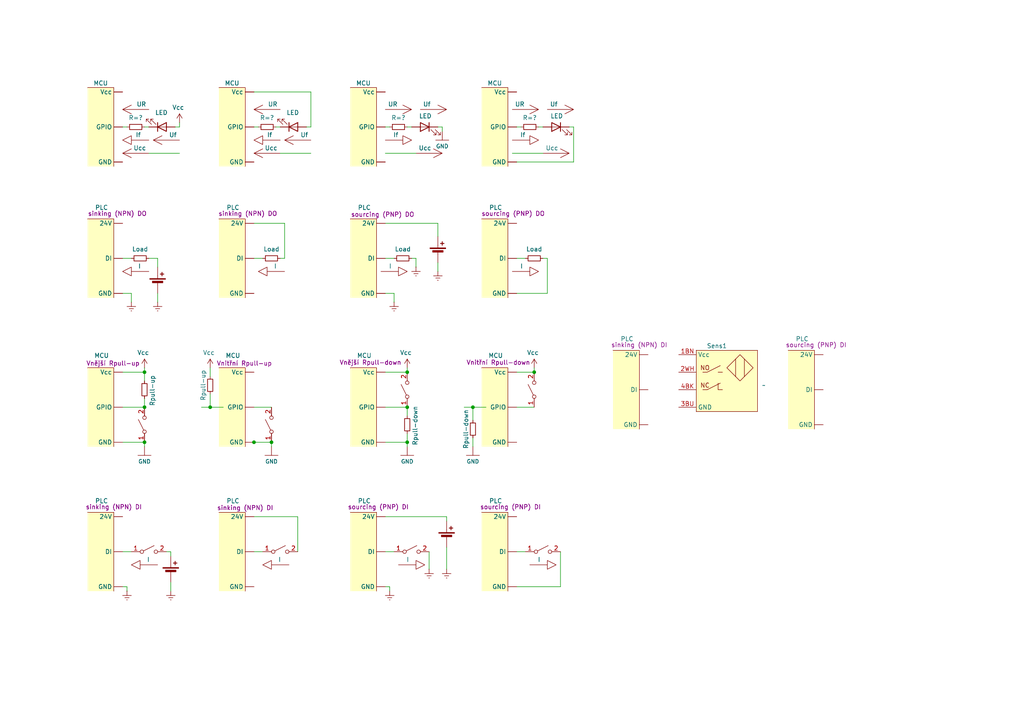
<source format=kicad_sch>
(kicad_sch (version 20231120) (generator "eeschema") (generator_version "8.0")
  (paper "A4")
  (lib_symbols
    (symbol "Device:Battery_Cell" (pin_numbers hide) (pin_names (offset 0) hide)
      (property "Reference" "BT" (at 2.54 2.54 0))
      (property "Value" "Battery_Cell" (at 2.54 0 0))
      (symbol "Battery_Cell_0_1"
        (rectangle (start -2.286 1.778) (end 2.286 1.524) (fill (type outline)))
        (rectangle (start -1.524 1.016) (end 1.524 0.508) (fill (type outline)))
        (polyline (pts (xy 0 0.762) (xy 0 0)))
        (polyline (pts (xy 0 1.778) (xy 0 2.54)))
        (polyline (pts (xy 0.762 3.048) (xy 1.778 3.048)) (stroke (width 0.254)))
        (polyline (pts (xy 1.27 3.556) (xy 1.27 2.54)) (stroke (width 0.254)))
      )
      (symbol "Battery_Cell_1_1"
        (pin passive line (at 0 5.08 270) (length 2.54) (name "+") (number "1"))
        (pin passive line (at 0 -2.54 90) (length 2.54) (name "-") (number "2"))
      )
    )
    (symbol "Device:LED" (pin_numbers hide) (pin_names (offset 1.016) hide)
      (property "Reference" "D" (at 0 2.54 0))
      (property "Value" "LED" (at 0 -2.54 0))
      (symbol "LED_0_1"
        (polyline (pts (xy -1.27 -1.27) (xy -1.27 1.27)) (stroke (width 0.254)))
        (polyline (pts (xy -1.27 0) (xy 1.27 0)))
        (polyline (pts (xy 1.27 -1.27) (xy 1.27 1.27) (xy -1.27 0) (xy 1.27 -1.27)) (stroke (width 0.254)))
        (polyline (pts (xy -3.048 -0.762) (xy -4.572 -2.286) (xy -3.81 -2.286) (xy -4.572 -2.286) (xy -4.572 -1.524)))
        (polyline (pts (xy -1.778 -0.762) (xy -3.302 -2.286) (xy -2.54 -2.286) (xy -3.302 -2.286) (xy -3.302 -1.524)))
      )
      (symbol "LED_1_1"
        (pin passive line (at -3.81 0 0) (length 2.54) (name "K") (number "1"))
        (pin passive line (at 3.81 0 180) (length 2.54) (name "A") (number "2"))
      )
    )
    (symbol "Device:R_Small" (pin_numbers hide) (pin_names (offset 0.254) hide)
      (property "Reference" "R" (at 0.762 0.508 0))
      (property "Value" "R_Small" (at 0.762 -1.016 0))
      (symbol "R_Small_0_1"
        (rectangle (start -0.762 1.778) (end 0.762 -1.778) (stroke (width 0.2032)))
      )
      (symbol "R_Small_1_1"
        (pin passive line (at 0 2.54 270) (length 0.762) (name "~") (number "1"))
        (pin passive line (at 0 -2.54 90) (length 0.762) (name "~") (number "2"))
      )
    )
    (symbol "SPS_elit-GitHub:Arrow_I"
      (property "Reference" "I" (at 0 1.27 0))
      (symbol "Arrow_I_0_1"
        (polyline (pts (xy -3.81 0) (xy 1.27 0) (xy 1.27 1.27) (xy 3.81 0) (xy 1.27 -1.27) (xy 1.27 0)))
      )
    )
    (symbol "SPS_elit-GitHub:Arrow_U"
      (property "Reference" "U" (at 0 1.27 0))
      (symbol "Arrow_U_0_1"
        (polyline (pts (xy -3.81 0) (xy 3.81 0) (xy 1.27 1.27) (xy 3.81 0) (xy 1.27 -1.27)))
      )
    )
    (symbol "SPS_elit-GitHub:MCU"
      (property "Reference" "U" (at -5.842 12.954 0))
      (symbol "MCU_1_1"
        (rectangle (start -6.35 11.43) (end 1.27 -11.43) (stroke (width -0.0001)) (fill (type background)))
        (polyline (pts (xy -6.35 11.43) (xy 1.27 11.43) (xy 1.27 -11.43)))
        (pin power_out line (at 3.81 -10.16 180) (length 2.54) (name "GND") (number ""))
        (pin input line (at 3.81 0 180) (length 2.54) (name "GPIO") (number ""))
        (pin power_in line (at 3.81 10.16 180) (length 2.54) (name "Vcc") (number ""))
      )
    )
    (symbol "SPS_elit-GitHub:PLC_DI"
      (property "Reference" "U" (at -5.842 12.954 0))
      (symbol "PLC_DI_1_1"
        (rectangle (start -6.35 11.43) (end 1.27 -11.43) (stroke (width -0.0001)) (fill (type background)))
        (polyline (pts (xy -6.35 11.43) (xy 1.27 11.43) (xy 1.27 -11.43)))
        (pin power_in line (at 3.81 10.16 180) (length 2.54) (name "24V") (number ""))
        (pin input line (at 3.81 0 180) (length 2.54) (name "DI") (number ""))
        (pin power_out line (at 3.81 -10.16 180) (length 2.54) (name "GND") (number ""))
      )
    )
    (symbol "SPS_elit-GitHub:Senzor"
      (property "Reference" "Sens" (at -0.254 10.16 0))
      (symbol "Senzor_1_1"
        (rectangle (start -8.89 8.89) (end 8.89 -8.89) (fill (type background)))
        (polyline (pts (xy -6.985 -2.54) (xy -5.715 -2.54)))
        (polyline (pts (xy -5.715 -2.54) (xy -1.905 -0.635)))
        (polyline (pts (xy -1.27 2.54) (xy -2.54 2.54)))
        (polyline (pts (xy 2.54 6.35) (xy 2.54 1.27)))
        (polyline (pts (xy 5.08 6.35) (xy 5.08 1.27)))
        (polyline (pts (xy -1.905 4.445) (xy -5.715 2.54) (xy -6.985 2.54)))
        (polyline (pts (xy -1.27 -2.54) (xy -2.54 -2.54) (xy -2.54 -0.635)))
        (polyline (pts (xy 3.81 7.62) (xy 0 3.81) (xy 3.81 0) (xy 7.62 3.81) (xy 3.81 7.62)))
        (text "NC" (at -6.35 -1.27 0) (effects (font (size 1.27 1.27))))
        (text "NO" (at -6.35 3.81 0) (effects (font (size 1.27 1.27))))
        (pin input line (at -13.97 7.62 0) (length 5.08) (name "Vcc") (number "1BN"))
        (pin output line (at -13.97 2.54 0) (length 5.08) (name "") (number "2WH"))
        (pin input line (at -13.97 -7.62 0) (length 5.08) (name "GND") (number "3BU"))
        (pin output line (at -13.97 -2.54 0) (length 5.08) (name "") (number "4BK"))
      )
    )
    (symbol "Switch:SW_DPST_x2" (pin_names (offset 0) hide)
      (property "Reference" "SW" (at 0 3.175 0))
      (property "Value" "SW_DPST_x2" (at 0 -2.54 0))
      (symbol "SW_DPST_x2_0_0"
        (circle (center -2.032 0) (radius 0.508))
        (polyline (pts (xy -1.524 0.254) (xy 1.524 1.778)))
        (circle (center 2.032 0) (radius 0.508))
      )
      (symbol "SW_DPST_x2_1_1"
        (pin passive line (at -5.08 0 0) (length 2.54) (name "A") (number "1"))
        (pin passive line (at 5.08 0 180) (length 2.54) (name "B") (number "2"))
      )
      (symbol "SW_DPST_x2_2_1"
        (pin passive line (at -5.08 0 0) (length 2.54) (name "A") (number "3"))
        (pin passive line (at 5.08 0 180) (length 2.54) (name "B") (number "4"))
      )
    )
    (symbol "power:Earth" (power) (pin_numbers hide) (pin_names (offset 0) hide)
      (property "Value" "Earth" (at 0 -3.81 0))
      (symbol "Earth_0_1"
        (polyline (pts (xy -0.635 -1.905) (xy 0.635 -1.905)))
        (polyline (pts (xy -0.127 -2.54) (xy 0.127 -2.54)))
        (polyline (pts (xy 0 -1.27) (xy 0 0)))
        (polyline (pts (xy 1.27 -1.27) (xy -1.27 -1.27)))
      )
      (symbol "Earth_1_1"
        (pin power_in line (at 0 0 270) (length 0) (name "~") (number "1"))
      )
    )
    (symbol "vypočtová-rescue:+5V-power" (power) (pin_names (offset 0))
      (property "Value" "power_+5V" (at 0 3.556 0))
      (symbol "+5V-power_0_1"
        (polyline (pts (xy -0.762 1.27) (xy 0 2.54)))
        (polyline (pts (xy 0 0) (xy 0 2.54)))
        (polyline (pts (xy 0 2.54) (xy 0.762 1.27)))
      )
      (symbol "+5V-power_1_1"
        (pin power_in line (at 0 0 90) (length 0) hide (name "+5V") (number "1"))
      )
    )
    (symbol "vypočtová-rescue:GND-SparkFun-PowerSymbols" (power) (pin_numbers hide) (pin_names (offset 1.016) hide)
      (property "Value" "SparkFun-PowerSymbols_GND" (at -1.778 -5.08 0))
      (symbol "GND-SparkFun-PowerSymbols_1_0"
        (polyline (pts (xy -1.905 -2.54) (xy 1.905 -2.54)))
        (polyline (pts (xy 0 0) (xy 0 -2.54)))
      )
      (symbol "GND-SparkFun-PowerSymbols_1_1"
        (pin power_in line (at 0 0 270) (length 0) hide (name "GND") (number "~"))
      )
    )
  )
  (junction (at 118.11 107.95))
  (junction (at 41.91 107.95))
  (junction (at 73.66 128.27))
  (junction (at 78.74 128.27))
  (junction (at 41.91 118.11))
  (junction (at 60.96 118.11))
  (junction (at 154.94 107.95))
  (junction (at 137.16 118.11))
  (junction (at 118.11 128.27))
  (junction (at 41.91 128.27))
  (junction (at 118.11 118.11))
  (wire (pts (xy 45.72 85.09) (xy 45.72 87.63)))
  (wire (pts (xy 118.11 125.73) (xy 118.11 128.27)))
  (wire (pts (xy 81.28 36.83) (xy 80.01 36.83)))
  (wire (pts (xy 127 76.2) (xy 127 78.74)))
  (wire (pts (xy 82.55 64.77) (xy 73.66 64.77)))
  (wire (pts (xy 137.16 118.11) (xy 137.16 121.92)))
  (wire (pts (xy 111.76 74.93) (xy 114.3 74.93)))
  (wire (pts (xy 60.96 118.11) (xy 64.77 118.11)))
  (wire (pts (xy 128.27 36.83) (xy 128.27 38.1)))
  (wire (pts (xy 162.56 170.18) (xy 149.86 170.18)))
  (wire (pts (xy 35.56 74.93) (xy 38.1 74.93)))
  (wire (pts (xy 90.17 26.67) (xy 90.17 36.83)))
  (wire (pts (xy 137.16 118.11) (xy 140.97 118.11)))
  (wire (pts (xy 129.54 151.13) (xy 129.54 149.86)))
  (wire (pts (xy 157.48 44.45) (xy 148.59 44.45)))
  (wire (pts (xy 149.86 36.83) (xy 151.13 36.83)))
  (wire (pts (xy 124.46 160.02) (xy 124.46 165.1)))
  (wire (pts (xy 36.83 170.18) (xy 35.56 170.18)))
  (wire (pts (xy 111.76 160.02) (xy 114.3 160.02)))
  (wire (pts (xy 35.56 118.11) (xy 41.91 118.11)))
  (wire (pts (xy 118.11 128.27) (xy 118.11 129.54)))
  (wire (pts (xy 129.54 158.75) (xy 129.54 165.1)))
  (wire (pts (xy 118.11 36.83) (xy 119.38 36.83)))
  (wire (pts (xy 114.3 85.09) (xy 111.76 85.09)))
  (wire (pts (xy 73.66 118.11) (xy 78.74 118.11)))
  (wire (pts (xy 88.9 36.83) (xy 90.17 36.83)))
  (wire (pts (xy 49.53 168.91) (xy 49.53 171.45)))
  (wire (pts (xy 73.66 36.83) (xy 74.93 36.83)))
  (wire (pts (xy 111.76 149.86) (xy 129.54 149.86)))
  (wire (pts (xy 127 36.83) (xy 128.27 36.83)))
  (wire (pts (xy 73.66 74.93) (xy 76.2 74.93)))
  (wire (pts (xy 156.21 36.83) (xy 157.48 36.83)))
  (wire (pts (xy 149.86 85.09) (xy 158.75 85.09)))
  (wire (pts (xy 35.56 36.83) (xy 36.83 36.83)))
  (wire (pts (xy 73.66 128.27) (xy 78.74 128.27)))
  (wire (pts (xy 58.42 118.11) (xy 60.96 118.11)))
  (wire (pts (xy 35.56 128.27) (xy 41.91 128.27)))
  (wire (pts (xy 127 64.77) (xy 111.76 64.77)))
  (wire (pts (xy 118.11 118.11) (xy 118.11 120.65)))
  (wire (pts (xy 113.03 170.18) (xy 113.03 171.45)))
  (wire (pts (xy 81.28 44.45) (xy 90.17 44.45)))
  (wire (pts (xy 158.75 74.93) (xy 158.75 85.09)))
  (wire (pts (xy 81.28 74.93) (xy 82.55 74.93)))
  (wire (pts (xy 60.96 106.68) (xy 60.96 109.22)))
  (wire (pts (xy 60.96 114.3) (xy 60.96 118.11)))
  (wire (pts (xy 41.91 128.27) (xy 41.91 129.54)))
  (wire (pts (xy 137.16 127) (xy 137.16 129.54)))
  (wire (pts (xy 52.07 36.83) (xy 52.07 35.56)))
  (wire (pts (xy 149.86 74.93) (xy 152.4 74.93)))
  (wire (pts (xy 50.8 36.83) (xy 52.07 36.83)))
  (wire (pts (xy 36.83 171.45) (xy 36.83 170.18)))
  (wire (pts (xy 78.74 128.27) (xy 78.74 129.54)))
  (wire (pts (xy 120.65 77.47) (xy 120.65 74.93)))
  (wire (pts (xy 38.1 85.09) (xy 35.56 85.09)))
  (wire (pts (xy 166.37 46.99) (xy 149.86 46.99)))
  (wire (pts (xy 35.56 160.02) (xy 38.1 160.02)))
  (wire (pts (xy 72.39 128.27) (xy 73.66 128.27)))
  (wire (pts (xy 157.48 74.93) (xy 158.75 74.93)))
  (wire (pts (xy 111.76 36.83) (xy 113.03 36.83)))
  (wire (pts (xy 41.91 107.95) (xy 41.91 106.68)))
  (wire (pts (xy 111.76 107.95) (xy 118.11 107.95)))
  (wire (pts (xy 166.37 36.83) (xy 166.37 46.99)))
  (wire (pts (xy 165.1 36.83) (xy 166.37 36.83)))
  (wire (pts (xy 149.86 107.95) (xy 154.94 107.95)))
  (wire (pts (xy 114.3 87.63) (xy 114.3 85.09)))
  (wire (pts (xy 111.76 170.18) (xy 113.03 170.18)))
  (wire (pts (xy 41.91 115.57) (xy 41.91 118.11)))
  (wire (pts (xy 73.66 149.86) (xy 86.36 149.86)))
  (wire (pts (xy 90.17 26.67) (xy 73.66 26.67)))
  (wire (pts (xy 48.26 160.02) (xy 49.53 160.02)))
  (wire (pts (xy 82.55 74.93) (xy 82.55 64.77)))
  (wire (pts (xy 49.53 160.02) (xy 49.53 161.29)))
  (wire (pts (xy 111.76 128.27) (xy 118.11 128.27)))
  (wire (pts (xy 45.72 77.47) (xy 45.72 74.93)))
  (wire (pts (xy 162.56 160.02) (xy 162.56 170.18)))
  (wire (pts (xy 149.86 160.02) (xy 152.4 160.02)))
  (wire (pts (xy 134.62 118.11) (xy 137.16 118.11)))
  (wire (pts (xy 86.36 160.02) (xy 86.36 149.86)))
  (wire (pts (xy 43.18 44.45) (xy 52.07 44.45)))
  (wire (pts (xy 41.91 107.95) (xy 41.91 110.49)))
  (wire (pts (xy 111.76 118.11) (xy 118.11 118.11)))
  (wire (pts (xy 38.1 87.63) (xy 38.1 85.09)))
  (wire (pts (xy 154.94 106.68) (xy 154.94 107.95)))
  (wire (pts (xy 127 68.58) (xy 127 64.77)))
  (wire (pts (xy 118.11 107.95) (xy 118.11 106.68)))
  (wire (pts (xy 120.65 44.45) (xy 111.76 44.45)))
  (wire (pts (xy 35.56 107.95) (xy 41.91 107.95)))
  (wire (pts (xy 43.18 36.83) (xy 41.91 36.83)))
  (wire (pts (xy 149.86 118.11) (xy 154.94 118.11)))
  (wire (pts (xy 73.66 160.02) (xy 76.2 160.02)))
  (wire (pts (xy 45.72 74.93) (xy 43.18 74.93)))
  (wire (pts (xy 120.65 74.93) (xy 119.38 74.93)))
  (symbol (lib_id "Device:LED") (at 123.19 36.83 0) (mirror y) (unit 1)
    (property "Reference" "D2" (effects (hide yes)))
    (property "Value" "LED" (at 123.3678 33.655 0))
  )
  (symbol (lib_id "Device:R_Small") (at 39.37 36.83 90) (mirror x) (unit 1)
    (property "Reference" "R1" (effects (hide yes)))
    (property "Value" "R=?" (at 39.37 34.163 90))
  )
  (symbol (lib_id "Device:R_Small") (at 115.57 36.83 90) (mirror x) (unit 1)
    (property "Reference" "R2" (effects (hide yes)))
    (property "Value" "R=?" (at 115.57 34.163 90))
  )
  (symbol (lib_id "Device:LED") (at 46.99 36.83 0) (mirror x) (unit 1)
    (property "Reference" "D1" (effects (hide yes)))
    (property "Value" "LED" (at 46.8122 32.6644 0))
  )
  (symbol (lib_id "vypočtová-rescue:+5V-power") (at 52.07 35.56 0) (mirror y) (unit 1)
    (property "Reference" "#PWR?" (effects (hide yes)))
    (property "Value" "Vcc" (at 51.689 31.1658 0))
  )
  (symbol (lib_id "vypočtová-rescue:GND-SparkFun-PowerSymbols") (at 128.27 38.1 0) (mirror y) (unit 1)
    (property "Reference" "#GND?" (effects (hide yes)))
    (property "Value" "GND" (at 128.27 42.418 0) (effects (font (size 1.143 1.143))))
  )
  (symbol (lib_id "vypočtová-rescue:+5V-power") (at 41.91 106.68 0) (mirror y) (unit 1)
    (property "Reference" "#PWR03" (effects (hide yes)))
    (property "Value" "Vcc" (at 41.529 102.2858 0))
  )
  (symbol (lib_id "Device:R_Small") (at 60.96 111.76 0) (mirror x) (unit 1)
    (property "Reference" "R10" (effects (hide yes)))
    (property "Value" "Rpull-up" (at 58.928 111.76 90))
  )
  (symbol (lib_id "Switch:SW_DPST_x2") (at 118.11 113.03 90) (unit 1)
    (property "Reference" "SW3" (effects (hide yes)))
    (property "Value" "SW_DPST_x2" (effects (hide yes)))
    (property "Description" "Single Pole Single Throw (SPST) switch, separate symbol" (effects (hide yes)))
  )
  (symbol (lib_id "vypočtová-rescue:GND-SparkFun-PowerSymbols") (at 118.11 129.54 0) (mirror y) (unit 1)
    (property "Reference" "#GND03" (effects (hide yes)))
    (property "Value" "GND" (at 118.11 133.858 0) (effects (font (size 1.143 1.143))))
  )
  (symbol (lib_id "SPS_elit-GitHub:Arrow_U") (at 162.56 31.75 0) (unit 1)
    (property "Reference" "U18" (effects (hide yes)))
    (property "Value" "Uf" (at 159.512 30.226 0) (effects (justify left)))
  )
  (symbol (lib_id "Switch:SW_DPST_x2") (at 81.28 160.02 0) (unit 1)
    (property "Reference" "SW6" (effects (hide yes)))
    (property "Value" "SW_DPST_x2" (effects (hide yes)))
    (property "Description" "Single Pole Single Throw (SPST) switch, separate symbol" (effects (hide yes)))
  )
  (symbol (lib_id "Device:R_Small") (at 40.64 74.93 90) (mirror x) (unit 1)
    (property "Reference" "R7" (effects (hide yes)))
    (property "Value" "Load" (at 40.64 72.263 90))
  )
  (symbol (lib_id "Device:R_Small") (at 153.67 36.83 90) (mirror x) (unit 1)
    (property "Reference" "R4" (effects (hide yes)))
    (property "Value" "R=?" (at 153.67 34.163 90))
  )
  (symbol (lib_id "SPS_elit-GitHub:Arrow_I") (at 39.37 78.74 0) (mirror y) (unit 1)
    (property "Reference" "I5" (effects (hide yes)))
    (property "Value" "I" (at 40.894 77.216 0) (effects (justify left)))
  )
  (symbol (lib_id "Device:R_Small") (at 116.84 74.93 90) (mirror x) (unit 1)
    (property "Reference" "R5" (effects (hide yes)))
    (property "Value" "Load" (at 116.84 72.263 90))
  )
  (symbol (lib_id "SPS_elit-GitHub:Arrow_U") (at 77.47 44.45 0) (mirror y) (unit 1)
    (property "Reference" "U12" (effects (hide yes)))
    (property "Value" "Ucc" (at 80.518 42.926 0) (effects (justify left)))
  )
  (symbol (lib_id "SPS_elit-GitHub:Arrow_U") (at 77.47 31.75 0) (mirror y) (unit 1)
    (property "Reference" "U11" (effects (hide yes)))
    (property "Value" "UR" (at 80.518 30.226 0) (effects (justify left)))
  )
  (symbol (lib_id "SPS_elit-GitHub:Arrow_U") (at 48.26 40.64 0) (mirror y) (unit 1)
    (property "Reference" "U9" (effects (hide yes)))
    (property "Value" "Uf" (at 51.308 39.116 0) (effects (justify left)))
  )
  (symbol (lib_id "SPS_elit-GitHub:PLC_DI") (at 107.95 160.02 0) (unit 1)
    (property "Reference" "U27" (effects (hide yes)))
    (property "Value" "PLC" (at 105.664 145.288 0))
    (property "Description" "sourcing (PNP) DI" (at 109.728 146.304 0) (effects (justify top)))
  )
  (symbol (lib_id "Device:R_Small") (at 77.47 36.83 90) (mirror x) (unit 1)
    (property "Reference" "R3" (effects (hide yes)))
    (property "Value" "R=?" (at 77.47 34.163 90))
  )
  (symbol (lib_id "Device:R_Small") (at 41.91 113.03 0) (mirror x) (unit 1)
    (property "Reference" "R9" (effects (hide yes)))
    (property "Value" "Rpull-up" (at 44.196 113.284 90))
  )
  (symbol (lib_id "Device:R_Small") (at 154.94 74.93 90) (mirror x) (unit 1)
    (property "Reference" "R6" (effects (hide yes)))
    (property "Value" "Load" (at 154.94 72.263 90))
  )
  (symbol (lib_id "SPS_elit-GitHub:Arrow_I") (at 152.4 40.64 0) (unit 1)
    (property "Reference" "I4" (effects (hide yes)))
    (property "Value" "If" (at 150.876 39.116 0) (effects (justify left)))
  )
  (symbol (lib_id "SPS_elit-GitHub:Arrow_U") (at 115.57 31.75 0) (unit 1)
    (property "Reference" "U8" (effects (hide yes)))
    (property "Value" "UR" (at 112.522 30.226 0) (effects (justify left)))
  )
  (symbol (lib_id "SPS_elit-GitHub:MCU") (at 146.05 36.83 0) (unit 1)
    (property "Reference" "U6" (effects (hide yes)))
    (property "Value" "MCU" (at 143.51 24.13 0))
    (property "Description" "MCU" (effects (hide yes)))
  )
  (symbol (lib_id "SPS_elit-GitHub:PLC_DI") (at 31.75 74.93 0) (unit 1)
    (property "Reference" "U3" (effects (hide yes)))
    (property "Value" "PLC" (at 29.464 60.198 0))
    (property "Description" "sinking (NPN) DO" (at 34.036 61.214 0) (effects (justify top)))
  )
  (symbol (lib_id "Device:R_Small") (at 78.74 74.93 90) (mirror x) (unit 1)
    (property "Reference" "R8" (effects (hide yes)))
    (property "Value" "Load" (at 78.74 72.263 90))
  )
  (symbol (lib_id "Device:Battery_Cell") (at 129.54 156.21 0) (unit 1)
    (property "Reference" "BT4" (effects (hide yes)))
    (property "Value" "Battery_Cell" (effects (hide yes)))
    (property "Description" "Single-cell battery" (effects (hide yes)))
  )
  (symbol (lib_id "SPS_elit-GitHub:Arrow_I") (at 80.01 163.83 0) (mirror y) (unit 1)
    (property "Reference" "I10" (effects (hide yes)))
    (property "Value" "I" (at 81.534 162.306 0) (effects (justify left)))
  )
  (symbol (lib_id "SPS_elit-GitHub:PLC_DI") (at 146.05 74.93 0) (unit 1)
    (property "Reference" "U19" (effects (hide yes)))
    (property "Value" "PLC" (at 143.764 60.198 0))
    (property "Description" "sourcing (PNP) DO" (at 148.844 61.214 0) (effects (justify top)))
  )
  (symbol (lib_id "power:Earth") (at 114.3 87.63 0) (unit 1)
    (property "Reference" "#PWR04" (effects (hide yes)))
    (property "Value" "Earth" (effects (hide yes)))
    (property "Description" "Power symbol creates a global label with name \"Earth\"" (effects (hide yes)))
  )
  (symbol (lib_id "SPS_elit-GitHub:Arrow_I") (at 114.3 78.74 0) (unit 1)
    (property "Reference" "I7" (effects (hide yes)))
    (property "Value" "I" (at 112.776 77.216 0) (effects (justify left)))
  )
  (symbol (lib_id "SPS_elit-GitHub:Senzor") (at 210.82 110.49 0) (unit 1)
    (property "Reference" "Sens1" (at 204.978 100.33 0) (effects (justify left)))
    (property "Value" "~" (at 220.98 111.76 0) (effects (justify left)))
  )
  (symbol (lib_id "SPS_elit-GitHub:Arrow_I") (at 119.38 163.83 0) (unit 1)
    (property "Reference" "I11" (effects (hide yes)))
    (property "Value" "I" (at 117.856 162.306 0) (effects (justify left)))
  )
  (symbol (lib_id "power:Earth") (at 113.03 171.45 0) (unit 1)
    (property "Reference" "#PWR012" (effects (hide yes)))
    (property "Value" "Earth" (effects (hide yes)))
    (property "Description" "Power symbol creates a global label with name \"Earth\"" (effects (hide yes)))
  )
  (symbol (lib_id "SPS_elit-GitHub:Arrow_I") (at 39.37 40.64 0) (mirror y) (unit 1)
    (property "Reference" "I1" (effects (hide yes)))
    (property "Value" "If" (at 40.894 39.116 0) (effects (justify left)))
  )
  (symbol (lib_id "SPS_elit-GitHub:Arrow_U") (at 161.29 44.45 0) (unit 1)
    (property "Reference" "U17" (effects (hide yes)))
    (property "Value" "Ucc" (at 158.242 42.926 0) (effects (justify left)))
  )
  (symbol (lib_id "Device:R_Small") (at 118.11 123.19 0) (mirror x) (unit 1)
    (property "Reference" "R11" (effects (hide yes)))
    (property "Value" "Rpull-down" (at 120.396 123.444 90))
  )
  (symbol (lib_id "SPS_elit-GitHub:MCU") (at 31.75 36.83 0) (unit 1)
    (property "Reference" "U1" (effects (hide yes)))
    (property "Value" "MCU" (at 29.21 24.13 0))
    (property "Description" "MCU" (effects (hide yes)))
  )
  (symbol (lib_id "Switch:SW_DPST_x2") (at 41.91 123.19 90) (unit 1)
    (property "Reference" "SW1" (effects (hide yes)))
    (property "Value" "SW_DPST_x2" (effects (hide yes)))
    (property "Description" "Single Pole Single Throw (SPST) switch, separate symbol" (effects (hide yes)))
  )
  (symbol (lib_id "Switch:SW_DPST_x2") (at 154.94 113.03 90) (unit 1)
    (property "Reference" "SW4" (effects (hide yes)))
    (property "Value" "SW_DPST_x2" (effects (hide yes)))
    (property "Description" "Single Pole Single Throw (SPST) switch, separate symbol" (effects (hide yes)))
  )
  (symbol (lib_id "SPS_elit-GitHub:MCU") (at 107.95 36.83 0) (unit 1)
    (property "Reference" "U5" (effects (hide yes)))
    (property "Value" "MCU" (at 105.41 24.13 0))
    (property "Description" "MCU" (effects (hide yes)))
  )
  (symbol (lib_id "power:Earth") (at 127 78.74 0) (unit 1)
    (property "Reference" "#PWR01" (effects (hide yes)))
    (property "Value" "Earth" (effects (hide yes)))
    (property "Description" "Power symbol creates a global label with name \"Earth\"" (effects (hide yes)))
  )
  (symbol (lib_id "SPS_elit-GitHub:MCU") (at 146.05 118.11 0) (unit 1)
    (property "Reference" "U24" (effects (hide yes)))
    (property "Value" "MCU" (at 143.764 103.124 0))
    (property "Description" "Vnitřní Rpull-down" (at 144.526 104.394 0) (effects (justify top)))
  )
  (symbol (lib_name "SPS_elit-GitHub:PLC_DI") (lib_id "SPS_elit-GitHub:PLC_DI") (at 234.95 113.03 0) (unit 1)
    (property "Reference" "U30" (effects (hide yes)))
    (property "Value" "PLC" (at 232.664 98.298 0))
    (property "Description" "sourcing (PNP) DI" (at 236.728 99.314 0) (effects (justify top)))
  )
  (symbol (lib_id "SPS_elit-GitHub:MCU") (at 69.85 118.11 0) (unit 1)
    (property "Reference" "U22" (effects (hide yes)))
    (property "Value" "MCU" (at 67.564 103.124 0))
    (property "Description" "Vnitřní Rpull-up" (at 70.866 104.648 0) (effects (justify top)))
  )
  (symbol (lib_id "SPS_elit-GitHub:PLC_DI") (at 146.05 160.02 0) (unit 1)
    (property "Reference" "U28" (effects (hide yes)))
    (property "Value" "PLC" (at 143.764 145.288 0))
    (property "Description" "sourcing (PNP) DI" (at 148.082 146.304 0) (effects (justify top)))
  )
  (symbol (lib_id "SPS_elit-GitHub:MCU") (at 31.75 118.11 0) (unit 1)
    (property "Reference" "U21" (effects (hide yes)))
    (property "Value" "MCU" (at 29.464 103.124 0))
    (property "Description" "Vnější Rpull-up" (at 32.766 104.648 0) (effects (justify top)))
  )
  (symbol (lib_id "power:Earth") (at 36.83 171.45 0) (unit 1)
    (property "Reference" "#PWR010" (effects (hide yes)))
    (property "Value" "Earth" (effects (hide yes)))
    (property "Description" "Power symbol creates a global label with name \"Earth\"" (effects (hide yes)))
  )
  (symbol (lib_id "Switch:SW_DPST_x2") (at 119.38 160.02 0) (unit 1)
    (property "Reference" "SW7" (effects (hide yes)))
    (property "Value" "SW_DPST_x2" (effects (hide yes)))
    (property "Description" "Single Pole Single Throw (SPST) switch, separate symbol" (effects (hide yes)))
  )
  (symbol (lib_id "Switch:SW_DPST_x2") (at 43.18 160.02 0) (unit 1)
    (property "Reference" "SW5" (effects (hide yes)))
    (property "Value" "SW_DPST_x2" (effects (hide yes)))
    (property "Description" "Single Pole Single Throw (SPST) switch, separate symbol" (effects (hide yes)))
  )
  (symbol (lib_id "SPS_elit-GitHub:PLC_DI") (at 107.95 74.93 0) (unit 1)
    (property "Reference" "U2" (effects (hide yes)))
    (property "Value" "PLC" (at 105.664 60.198 0))
    (property "Description" "sourcing (PNP) DO" (at 110.998 61.468 0) (effects (justify top)))
  )
  (symbol (lib_id "power:Earth") (at 129.54 165.1 0) (unit 1)
    (property "Reference" "#PWR014" (effects (hide yes)))
    (property "Value" "Earth" (effects (hide yes)))
    (property "Description" "Power symbol creates a global label with name \"Earth\"" (effects (hide yes)))
  )
  (symbol (lib_id "Device:Battery_Cell") (at 45.72 82.55 0) (unit 1)
    (property "Reference" "BT3" (effects (hide yes)))
    (property "Value" "Battery_Cell" (effects (hide yes)))
    (property "Description" "Single-cell battery" (effects (hide yes)))
  )
  (symbol (lib_id "power:Earth") (at 49.53 171.45 0) (unit 1)
    (property "Reference" "#PWR011" (effects (hide yes)))
    (property "Value" "Earth" (effects (hide yes)))
    (property "Description" "Power symbol creates a global label with name \"Earth\"" (effects (hide yes)))
  )
  (symbol (lib_id "SPS_elit-GitHub:Arrow_U") (at 39.37 44.45 0) (mirror y) (unit 1)
    (property "Reference" "U7" (effects (hide yes)))
    (property "Value" "Ucc" (at 42.418 42.926 0) (effects (justify left)))
  )
  (symbol (lib_id "SPS_elit-GitHub:PLC_DI") (at 69.85 160.02 0) (unit 1)
    (property "Reference" "U26" (effects (hide yes)))
    (property "Value" "PLC" (at 67.564 145.288 0))
    (property "Description" "sinking (NPN) DI" (at 71.12 146.558 0) (effects (justify top)))
  )
  (symbol (lib_id "Device:LED") (at 161.29 36.83 0) (mirror y) (unit 1)
    (property "Reference" "D4" (effects (hide yes)))
    (property "Value" "LED" (at 161.4678 33.655 0))
  )
  (symbol (lib_id "SPS_elit-GitHub:Arrow_I") (at 157.48 163.83 0) (unit 1)
    (property "Reference" "I12" (effects (hide yes)))
    (property "Value" "I" (at 155.956 162.306 0) (effects (justify left)))
  )
  (symbol (lib_id "Device:Battery_Cell") (at 49.53 166.37 0) (unit 1)
    (property "Reference" "BT2" (effects (hide yes)))
    (property "Value" "Battery_Cell" (effects (hide yes)))
    (property "Description" "Single-cell battery" (effects (hide yes)))
  )
  (symbol (lib_id "SPS_elit-GitHub:Arrow_I") (at 152.4 78.74 0) (unit 1)
    (property "Reference" "I8" (effects (hide yes)))
    (property "Value" "I" (at 150.876 77.216 0) (effects (justify left)))
  )
  (symbol (lib_id "SPS_elit-GitHub:Arrow_I") (at 115.57 40.64 0) (unit 1)
    (property "Reference" "I2" (effects (hide yes)))
    (property "Value" "If" (at 114.046 39.116 0) (effects (justify left)))
  )
  (symbol (lib_id "vypočtová-rescue:GND-SparkFun-PowerSymbols") (at 41.91 129.54 0) (mirror y) (unit 1)
    (property "Reference" "#GND01" (effects (hide yes)))
    (property "Value" "GND" (at 41.91 133.858 0) (effects (font (size 1.143 1.143))))
  )
  (symbol (lib_id "power:Earth") (at 38.1 87.63 0) (unit 1)
    (property "Reference" "#PWR05" (effects (hide yes)))
    (property "Value" "Earth" (effects (hide yes)))
    (property "Description" "Power symbol creates a global label with name \"Earth\"" (effects (hide yes)))
  )
  (symbol (lib_id "SPS_elit-GitHub:MCU") (at 107.95 118.11 0) (unit 1)
    (property "Reference" "U23" (effects (hide yes)))
    (property "Value" "MCU" (at 105.664 103.124 0))
    (property "Description" "Vnější Rpull-down" (at 107.442 104.394 0) (effects (justify top)))
  )
  (symbol (lib_id "vypočtová-rescue:+5V-power") (at 118.11 106.68 0) (mirror y) (unit 1)
    (property "Reference" "#PWR08" (effects (hide yes)))
    (property "Value" "Vcc" (at 117.729 102.2858 0))
  )
  (symbol (lib_id "Device:Battery_Cell") (at 127 73.66 0) (unit 1)
    (property "Reference" "BT1" (effects (hide yes)))
    (property "Value" "Battery_Cell" (effects (hide yes)))
    (property "Description" "Single-cell battery" (effects (hide yes)))
  )
  (symbol (lib_id "SPS_elit-GitHub:Arrow_U") (at 86.36 40.64 0) (mirror y) (unit 1)
    (property "Reference" "U13" (effects (hide yes)))
    (property "Value" "Uf" (at 89.408 39.116 0) (effects (justify left)))
  )
  (symbol (lib_id "vypočtová-rescue:+5V-power") (at 60.96 106.68 0) (mirror y) (unit 1)
    (property "Reference" "#PWR07" (effects (hide yes)))
    (property "Value" "Vcc" (at 60.579 102.2858 0))
  )
  (symbol (lib_id "SPS_elit-GitHub:Arrow_U") (at 152.4 31.75 0) (unit 1)
    (property "Reference" "U16" (effects (hide yes)))
    (property "Value" "UR" (at 149.352 30.226 0) (effects (justify left)))
  )
  (symbol (lib_id "SPS_elit-GitHub:Arrow_I") (at 41.91 163.83 0) (mirror y) (unit 1)
    (property "Reference" "I9" (effects (hide yes)))
    (property "Value" "I" (at 43.434 162.306 0) (effects (justify left)))
  )
  (symbol (lib_id "power:Earth") (at 45.72 87.63 0) (unit 1)
    (property "Reference" "#PWR06" (effects (hide yes)))
    (property "Value" "Earth" (effects (hide yes)))
    (property "Description" "Power symbol creates a global label with name \"Earth\"" (effects (hide yes)))
  )
  (symbol (lib_id "SPS_elit-GitHub:Arrow_U") (at 125.73 31.75 0) (unit 1)
    (property "Reference" "U15" (effects (hide yes)))
    (property "Value" "Uf" (at 122.682 30.226 0) (effects (justify left)))
  )
  (symbol (lib_id "vypočtová-rescue:GND-SparkFun-PowerSymbols") (at 78.74 129.54 0) (mirror y) (unit 1)
    (property "Reference" "#GND02" (effects (hide yes)))
    (property "Value" "GND" (at 78.74 133.858 0) (effects (font (size 1.143 1.143))))
  )
  (symbol (lib_id "power:Earth") (at 120.65 77.47 0) (unit 1)
    (property "Reference" "#PWR02" (effects (hide yes)))
    (property "Value" "Earth" (effects (hide yes)))
    (property "Description" "Power symbol creates a global label with name \"Earth\"" (effects (hide yes)))
  )
  (symbol (lib_id "Device:R_Small") (at 137.16 124.46 0) (mirror x) (unit 1)
    (property "Reference" "R12" (effects (hide yes)))
    (property "Value" "Rpull-down" (at 135.128 124.46 90))
  )
  (symbol (lib_id "Switch:SW_DPST_x2") (at 78.74 123.19 90) (unit 1)
    (property "Reference" "SW2" (effects (hide yes)))
    (property "Value" "SW_DPST_x2" (effects (hide yes)))
    (property "Description" "Single Pole Single Throw (SPST) switch, separate symbol" (effects (hide yes)))
  )
  (symbol (lib_id "vypočtová-rescue:+5V-power") (at 154.94 106.68 0) (mirror y) (unit 1)
    (property "Reference" "#PWR09" (effects (hide yes)))
    (property "Value" "Vcc" (at 154.559 102.2858 0))
  )
  (symbol (lib_id "SPS_elit-GitHub:PLC_DI") (at 31.75 160.02 0) (unit 1)
    (property "Reference" "U25" (effects (hide yes)))
    (property "Value" "PLC" (at 29.464 145.288 0))
    (property "Description" "sinking (NPN) DI" (at 33.02 146.304 0) (effects (justify top)))
  )
  (symbol (lib_id "SPS_elit-GitHub:PLC_DI") (at 69.85 74.93 0) (unit 1)
    (property "Reference" "U20" (effects (hide yes)))
    (property "Value" "PLC" (at 67.564 60.198 0))
    (property "Description" "sinking (NPN) DO" (at 71.882 61.214 0) (effects (justify top)))
  )
  (symbol (lib_id "SPS_elit-GitHub:Arrow_U") (at 124.46 44.45 0) (unit 1)
    (property "Reference" "U14" (effects (hide yes)))
    (property "Value" "Ucc" (at 121.412 42.926 0) (effects (justify left)))
  )
  (symbol (lib_id "SPS_elit-GitHub:MCU") (at 69.85 36.83 0) (unit 1)
    (property "Reference" "U4" (effects (hide yes)))
    (property "Value" "MCU" (at 67.31 24.13 0))
    (property "Description" "MCU" (effects (hide yes)))
  )
  (symbol (lib_id "SPS_elit-GitHub:Arrow_I") (at 77.47 40.64 0) (mirror y) (unit 1)
    (property "Reference" "I3" (effects (hide yes)))
    (property "Value" "If" (at 78.994 39.116 0) (effects (justify left)))
  )
  (symbol (lib_id "SPS_elit-GitHub:Arrow_I") (at 78.74 78.74 0) (mirror y) (unit 1)
    (property "Reference" "I6" (effects (hide yes)))
    (property "Value" "I" (at 80.264 77.216 0) (effects (justify left)))
  )
  (symbol (lib_name "SPS_elit-GitHub:PLC_DI") (lib_id "SPS_elit-GitHub:PLC_DI") (at 184.15 113.03 0) (unit 1)
    (property "Reference" "U29" (effects (hide yes)))
    (property "Value" "PLC" (at 181.864 98.298 0))
    (property "Description" "sinking (NPN) DI" (at 185.42 99.314 0) (effects (justify top)))
  )
  (symbol (lib_id "Device:LED") (at 85.09 36.83 0) (mirror x) (unit 1)
    (property "Reference" "D3" (effects (hide yes)))
    (property "Value" "LED" (at 84.9122 32.6644 0))
  )
  (symbol (lib_id "SPS_elit-GitHub:Arrow_U") (at 39.37 31.75 0) (mirror y) (unit 1)
    (property "Reference" "U10" (effects (hide yes)))
    (property "Value" "UR" (at 42.418 30.226 0) (effects (justify left)))
  )
  (symbol (lib_id "power:Earth") (at 124.46 165.1 0) (unit 1)
    (property "Reference" "#PWR013" (effects (hide yes)))
    (property "Value" "Earth" (effects (hide yes)))
    (property "Description" "Power symbol creates a global label with name \"Earth\"" (effects (hide yes)))
  )
  (symbol (lib_id "vypočtová-rescue:GND-SparkFun-PowerSymbols") (at 137.16 129.54 0) (mirror y) (unit 1)
    (property "Reference" "#GND04" (effects (hide yes)))
    (property "Value" "GND" (at 137.16 133.858 0) (effects (font (size 1.143 1.143))))
  )
  (symbol (lib_id "Switch:SW_DPST_x2") (at 157.48 160.02 0) (unit 1)
    (property "Reference" "SW8" (effects (hide yes)))
    (property "Value" "SW_DPST_x2" (effects (hide yes)))
    (property "Description" "Single Pole Single Throw (SPST) switch, separate symbol" (effects (hide yes)))
  )
)
</source>
